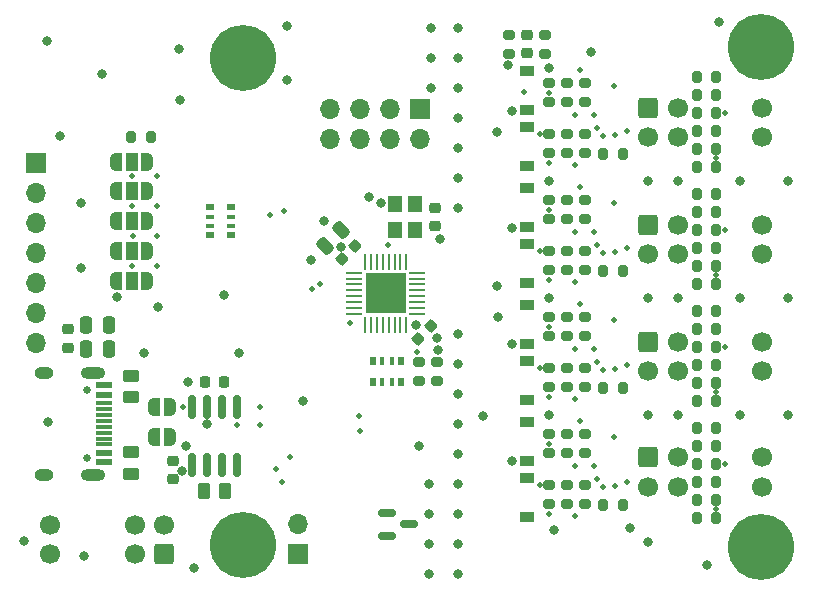
<source format=gbs>
G04 #@! TF.GenerationSoftware,KiCad,Pcbnew,(6.0.11)*
G04 #@! TF.CreationDate,2023-05-24T19:33:28+02:00*
G04 #@! TF.ProjectId,an2can,616e3263-616e-42e6-9b69-6361645f7063,V0*
G04 #@! TF.SameCoordinates,Original*
G04 #@! TF.FileFunction,Soldermask,Bot*
G04 #@! TF.FilePolarity,Negative*
%FSLAX46Y46*%
G04 Gerber Fmt 4.6, Leading zero omitted, Abs format (unit mm)*
G04 Created by KiCad (PCBNEW (6.0.11)) date 2023-05-24 19:33:28*
%MOMM*%
%LPD*%
G01*
G04 APERTURE LIST*
G04 Aperture macros list*
%AMRoundRect*
0 Rectangle with rounded corners*
0 $1 Rounding radius*
0 $2 $3 $4 $5 $6 $7 $8 $9 X,Y pos of 4 corners*
0 Add a 4 corners polygon primitive as box body*
4,1,4,$2,$3,$4,$5,$6,$7,$8,$9,$2,$3,0*
0 Add four circle primitives for the rounded corners*
1,1,$1+$1,$2,$3*
1,1,$1+$1,$4,$5*
1,1,$1+$1,$6,$7*
1,1,$1+$1,$8,$9*
0 Add four rect primitives between the rounded corners*
20,1,$1+$1,$2,$3,$4,$5,0*
20,1,$1+$1,$4,$5,$6,$7,0*
20,1,$1+$1,$6,$7,$8,$9,0*
20,1,$1+$1,$8,$9,$2,$3,0*%
%AMFreePoly0*
4,1,22,0.550000,-0.750000,0.000000,-0.750000,0.000000,-0.745033,-0.079941,-0.743568,-0.215256,-0.701293,-0.333266,-0.622738,-0.424486,-0.514219,-0.481581,-0.384460,-0.499164,-0.250000,-0.500000,-0.250000,-0.500000,0.250000,-0.499164,0.250000,-0.499963,0.256109,-0.478152,0.396186,-0.417904,0.524511,-0.324060,0.630769,-0.204165,0.706417,-0.067858,0.745374,0.000000,0.744959,0.000000,0.750000,
0.550000,0.750000,0.550000,-0.750000,0.550000,-0.750000,$1*%
%AMFreePoly1*
4,1,20,0.000000,0.744959,0.073905,0.744508,0.209726,0.703889,0.328688,0.626782,0.421226,0.519385,0.479903,0.390333,0.500000,0.250000,0.500000,-0.250000,0.499851,-0.262216,0.476331,-0.402017,0.414519,-0.529596,0.319384,-0.634700,0.198574,-0.708877,0.061801,-0.746166,0.000000,-0.745033,0.000000,-0.750000,-0.550000,-0.750000,-0.550000,0.750000,0.000000,0.750000,0.000000,0.744959,
0.000000,0.744959,$1*%
%AMFreePoly2*
4,1,22,0.500000,-0.750000,0.000000,-0.750000,0.000000,-0.745033,-0.079941,-0.743568,-0.215256,-0.701293,-0.333266,-0.622738,-0.424486,-0.514219,-0.481581,-0.384460,-0.499164,-0.250000,-0.500000,-0.250000,-0.500000,0.250000,-0.499164,0.250000,-0.499963,0.256109,-0.478152,0.396186,-0.417904,0.524511,-0.324060,0.630769,-0.204165,0.706417,-0.067858,0.745374,0.000000,0.744959,0.000000,0.750000,
0.500000,0.750000,0.500000,-0.750000,0.500000,-0.750000,$1*%
%AMFreePoly3*
4,1,20,0.000000,0.744959,0.073905,0.744508,0.209726,0.703889,0.328688,0.626782,0.421226,0.519385,0.479903,0.390333,0.500000,0.250000,0.500000,-0.250000,0.499851,-0.262216,0.476331,-0.402017,0.414519,-0.529596,0.319384,-0.634700,0.198574,-0.708877,0.061801,-0.746166,0.000000,-0.745033,0.000000,-0.750000,-0.500000,-0.750000,-0.500000,0.750000,0.000000,0.750000,0.000000,0.744959,
0.000000,0.744959,$1*%
G04 Aperture macros list end*
%ADD10C,1.700000*%
%ADD11RoundRect,0.250000X-0.600000X-0.600000X0.600000X-0.600000X0.600000X0.600000X-0.600000X0.600000X0*%
%ADD12C,5.600000*%
%ADD13RoundRect,0.250000X0.600000X0.600000X-0.600000X0.600000X-0.600000X-0.600000X0.600000X-0.600000X0*%
%ADD14R,1.700000X1.700000*%
%ADD15O,1.700000X1.700000*%
%ADD16RoundRect,0.200000X-0.200000X-0.275000X0.200000X-0.275000X0.200000X0.275000X-0.200000X0.275000X0*%
%ADD17RoundRect,0.200000X-0.275000X0.200000X-0.275000X-0.200000X0.275000X-0.200000X0.275000X0.200000X0*%
%ADD18RoundRect,0.062500X-0.062500X0.588500X-0.062500X-0.588500X0.062500X-0.588500X0.062500X0.588500X0*%
%ADD19RoundRect,0.062500X-0.588500X0.062500X-0.588500X-0.062500X0.588500X-0.062500X0.588500X0.062500X0*%
%ADD20R,3.450000X3.450000*%
%ADD21FreePoly0,0.000000*%
%ADD22R,1.000000X1.500000*%
%ADD23FreePoly1,0.000000*%
%ADD24R,1.200000X0.900000*%
%ADD25FreePoly2,180.000000*%
%ADD26FreePoly3,180.000000*%
%ADD27RoundRect,0.200000X0.200000X0.275000X-0.200000X0.275000X-0.200000X-0.275000X0.200000X-0.275000X0*%
%ADD28RoundRect,0.225000X-0.250000X0.225000X-0.250000X-0.225000X0.250000X-0.225000X0.250000X0.225000X0*%
%ADD29R,1.200000X1.400000*%
%ADD30R,0.500000X0.800000*%
%ADD31R,0.400000X0.800000*%
%ADD32RoundRect,0.225000X-0.017678X0.335876X-0.335876X0.017678X0.017678X-0.335876X0.335876X-0.017678X0*%
%ADD33RoundRect,0.250000X0.262500X0.450000X-0.262500X0.450000X-0.262500X-0.450000X0.262500X-0.450000X0*%
%ADD34RoundRect,0.200000X0.275000X-0.200000X0.275000X0.200000X-0.275000X0.200000X-0.275000X-0.200000X0*%
%ADD35RoundRect,0.225000X0.017678X-0.335876X0.335876X-0.017678X-0.017678X0.335876X-0.335876X0.017678X0*%
%ADD36RoundRect,0.150000X-0.150000X0.825000X-0.150000X-0.825000X0.150000X-0.825000X0.150000X0.825000X0*%
%ADD37RoundRect,0.250000X-0.450000X0.262500X-0.450000X-0.262500X0.450000X-0.262500X0.450000X0.262500X0*%
%ADD38RoundRect,0.250000X-0.159099X0.512652X-0.512652X0.159099X0.159099X-0.512652X0.512652X-0.159099X0*%
%ADD39C,0.650000*%
%ADD40R,1.450000X0.600000*%
%ADD41R,1.450000X0.300000*%
%ADD42O,2.100000X1.000000*%
%ADD43O,1.600000X1.000000*%
%ADD44RoundRect,0.225000X0.250000X-0.225000X0.250000X0.225000X-0.250000X0.225000X-0.250000X-0.225000X0*%
%ADD45RoundRect,0.225000X0.225000X0.250000X-0.225000X0.250000X-0.225000X-0.250000X0.225000X-0.250000X0*%
%ADD46RoundRect,0.150000X-0.587500X-0.150000X0.587500X-0.150000X0.587500X0.150000X-0.587500X0.150000X0*%
%ADD47RoundRect,0.250000X-0.250000X-0.475000X0.250000X-0.475000X0.250000X0.475000X-0.250000X0.475000X0*%
%ADD48R,0.800000X0.500000*%
%ADD49R,0.800000X0.400000*%
%ADD50RoundRect,0.218750X0.256250X-0.218750X0.256250X0.218750X-0.256250X0.218750X-0.256250X-0.218750X0*%
%ADD51RoundRect,0.250000X0.450000X-0.262500X0.450000X0.262500X-0.450000X0.262500X-0.450000X-0.262500X0*%
%ADD52C,0.800000*%
%ADD53C,0.500000*%
G04 APERTURE END LIST*
D10*
X126266000Y-74696000D03*
X126266000Y-77196000D03*
D11*
X116586000Y-74696000D03*
D10*
X116586000Y-77196000D03*
X119086000Y-74696000D03*
X119086000Y-77196000D03*
D12*
X126111000Y-69596000D03*
D10*
X65931000Y-110002000D03*
X65931000Y-112502000D03*
D13*
X75611000Y-112502000D03*
D10*
X75611000Y-110002000D03*
X73111000Y-112502000D03*
X73111000Y-110002000D03*
X126266000Y-106787000D03*
X126266000Y-104287000D03*
D11*
X116586000Y-104287000D03*
D10*
X116586000Y-106787000D03*
X119086000Y-104287000D03*
X119086000Y-106787000D03*
D14*
X97272000Y-74803000D03*
D15*
X97272000Y-77343000D03*
X94732000Y-74803000D03*
X94732000Y-77343000D03*
X92192000Y-74803000D03*
X92192000Y-77343000D03*
X89652000Y-74803000D03*
X89652000Y-77343000D03*
D10*
X126266000Y-94508000D03*
X126266000Y-97008000D03*
D11*
X116586000Y-94508000D03*
D10*
X116586000Y-97008000D03*
X119086000Y-94508000D03*
X119086000Y-97008000D03*
D14*
X86959500Y-112527000D03*
D15*
X86959500Y-109987000D03*
D10*
X126266000Y-84602000D03*
X126266000Y-87102000D03*
D11*
X116586000Y-84602000D03*
D10*
X116586000Y-87102000D03*
X119086000Y-84602000D03*
X119086000Y-87102000D03*
D12*
X126111000Y-111887000D03*
X82270000Y-70495000D03*
D14*
X64770000Y-79375000D03*
D15*
X64770000Y-81915000D03*
X64770000Y-84455000D03*
X64770000Y-86995000D03*
X64770000Y-89535000D03*
X64770000Y-92075000D03*
X64770000Y-94615000D03*
D12*
X82296000Y-111760000D03*
D16*
X120714000Y-73660000D03*
X122364000Y-73660000D03*
D17*
X108204000Y-72581000D03*
X108204000Y-74231000D03*
D16*
X120714000Y-106426000D03*
X122364000Y-106426000D03*
D18*
X92618000Y-87773000D03*
X93118000Y-87773000D03*
X93618000Y-87773000D03*
X94118000Y-87773000D03*
X94618000Y-87773000D03*
X95118000Y-87773000D03*
X95618000Y-87773000D03*
X96118000Y-87773000D03*
D19*
X97019000Y-88674000D03*
X97019000Y-89174000D03*
X97019000Y-89674000D03*
X97019000Y-90174000D03*
X97019000Y-90674000D03*
X97019000Y-91174000D03*
X97019000Y-91674000D03*
X97019000Y-92174000D03*
D18*
X96118000Y-93075000D03*
X95618000Y-93075000D03*
X95118000Y-93075000D03*
X94618000Y-93075000D03*
X94118000Y-93075000D03*
X93618000Y-93075000D03*
X93118000Y-93075000D03*
X92618000Y-93075000D03*
D19*
X91717000Y-92174000D03*
X91717000Y-91674000D03*
X91717000Y-91174000D03*
X91717000Y-90674000D03*
X91717000Y-90174000D03*
X91717000Y-89674000D03*
X91717000Y-89174000D03*
X91717000Y-88674000D03*
D20*
X94368000Y-90424000D03*
D21*
X71568000Y-84328000D03*
D22*
X72868000Y-84328000D03*
D23*
X74168000Y-84328000D03*
D24*
X106299000Y-94741000D03*
X106299000Y-91441000D03*
D17*
X109728000Y-86805000D03*
X109728000Y-88455000D03*
D25*
X76088000Y-102616000D03*
D26*
X74788000Y-102616000D03*
D27*
X122364000Y-94996000D03*
X120714000Y-94996000D03*
D28*
X76327000Y-104635000D03*
X76327000Y-106185000D03*
D29*
X96862000Y-82847000D03*
X96862000Y-85047000D03*
X95162000Y-85047000D03*
X95162000Y-82847000D03*
D30*
X95688000Y-97928000D03*
D31*
X94888000Y-97928000D03*
X94088000Y-97928000D03*
D30*
X93288000Y-97928000D03*
X93288000Y-96128000D03*
D31*
X94088000Y-96128000D03*
X94888000Y-96128000D03*
D30*
X95688000Y-96128000D03*
D24*
X106299000Y-104647000D03*
X106299000Y-101347000D03*
D32*
X91734008Y-86446992D03*
X90637992Y-87543008D03*
D21*
X71568000Y-89408000D03*
D22*
X72868000Y-89408000D03*
D23*
X74168000Y-89408000D03*
D27*
X122364000Y-85090000D03*
X120714000Y-85090000D03*
D17*
X109728000Y-96711000D03*
X109728000Y-98361000D03*
D21*
X71568000Y-81788000D03*
D22*
X72868000Y-81788000D03*
D23*
X74168000Y-81788000D03*
D27*
X122364000Y-104902000D03*
X120714000Y-104902000D03*
D33*
X80795500Y-107201000D03*
X78970500Y-107201000D03*
D16*
X120714000Y-98044000D03*
X122364000Y-98044000D03*
D17*
X108204000Y-92393000D03*
X108204000Y-94043000D03*
D27*
X122364000Y-79756000D03*
X120714000Y-79756000D03*
D34*
X109728000Y-103949000D03*
X109728000Y-102299000D03*
D17*
X111252000Y-92393000D03*
X111252000Y-94043000D03*
D27*
X122364000Y-109474000D03*
X120714000Y-109474000D03*
D17*
X111252000Y-72581000D03*
X111252000Y-74231000D03*
D27*
X122364000Y-75184000D03*
X120714000Y-75184000D03*
D35*
X97114992Y-94274008D03*
X98211008Y-93177992D03*
D36*
X77978000Y-100027000D03*
X79248000Y-100027000D03*
X80518000Y-100027000D03*
X81788000Y-100027000D03*
X81788000Y-104977000D03*
X80518000Y-104977000D03*
X79248000Y-104977000D03*
X77978000Y-104977000D03*
D27*
X122364000Y-99568000D03*
X120714000Y-99568000D03*
X122364000Y-101854000D03*
X120714000Y-101854000D03*
D16*
X112810404Y-98432040D03*
X114460404Y-98432040D03*
D34*
X111252000Y-78549000D03*
X111252000Y-76899000D03*
D17*
X109728000Y-106617000D03*
X109728000Y-108267000D03*
X108204000Y-106617000D03*
X108204000Y-108267000D03*
D37*
X72771000Y-103862500D03*
X72771000Y-105687500D03*
D17*
X111252000Y-102299000D03*
X111252000Y-103949000D03*
D34*
X109728000Y-84137000D03*
X109728000Y-82487000D03*
D16*
X72835000Y-77216000D03*
X74485000Y-77216000D03*
X120714000Y-103378000D03*
X122364000Y-103378000D03*
X120714000Y-93472000D03*
X122364000Y-93472000D03*
X112810404Y-78620040D03*
X114460404Y-78620040D03*
D38*
X90587751Y-85053249D03*
X89244249Y-86396751D03*
D17*
X111252000Y-82487000D03*
X111252000Y-84137000D03*
D21*
X71568000Y-86868000D03*
D22*
X72868000Y-86868000D03*
D23*
X74168000Y-86868000D03*
D39*
X69096000Y-104363000D03*
X69096000Y-98583000D03*
D40*
X70541000Y-104723000D03*
X70541000Y-103923000D03*
D41*
X70541000Y-102723000D03*
X70541000Y-101723000D03*
X70541000Y-101223000D03*
X70541000Y-100223000D03*
D40*
X70541000Y-99023000D03*
X70541000Y-98223000D03*
X70541000Y-98223000D03*
X70541000Y-99023000D03*
D41*
X70541000Y-99723000D03*
X70541000Y-100723000D03*
X70541000Y-102223000D03*
X70541000Y-103223000D03*
D40*
X70541000Y-103923000D03*
X70541000Y-104723000D03*
D42*
X69626000Y-97153000D03*
D43*
X65446000Y-97153000D03*
X65446000Y-105793000D03*
D42*
X69626000Y-105793000D03*
D27*
X122364000Y-82042000D03*
X120714000Y-82042000D03*
X122364000Y-89662000D03*
X120714000Y-89662000D03*
D28*
X98552000Y-83172000D03*
X98552000Y-84722000D03*
D24*
X106299000Y-84835000D03*
X106299000Y-81535000D03*
D16*
X120714000Y-86614000D03*
X122364000Y-86614000D03*
D34*
X109728000Y-94043000D03*
X109728000Y-92393000D03*
D16*
X120714000Y-76708000D03*
X122364000Y-76708000D03*
D17*
X108204000Y-102299000D03*
X108204000Y-103949000D03*
D25*
X76088000Y-100076000D03*
D26*
X74788000Y-100076000D03*
D17*
X109728000Y-76899000D03*
X109728000Y-78549000D03*
D16*
X120714000Y-96520000D03*
X122364000Y-96520000D03*
D24*
X106299000Y-106046000D03*
X106299000Y-109346000D03*
D17*
X108204000Y-96711000D03*
X108204000Y-98361000D03*
D34*
X111252000Y-98361000D03*
X111252000Y-96711000D03*
D17*
X108204000Y-82487000D03*
X108204000Y-84137000D03*
X108204000Y-86805000D03*
X108204000Y-88455000D03*
D44*
X106299000Y-70117000D03*
X106299000Y-68567000D03*
D17*
X98679000Y-96203000D03*
X98679000Y-97853000D03*
D34*
X111252000Y-108267000D03*
X111252000Y-106617000D03*
X104775000Y-70167000D03*
X104775000Y-68517000D03*
D45*
X80658000Y-97930000D03*
X79108000Y-97930000D03*
D46*
X94439500Y-110932000D03*
X94439500Y-109032000D03*
X96314500Y-109982000D03*
D24*
X106299000Y-96140000D03*
X106299000Y-99440000D03*
D47*
X69027000Y-95123000D03*
X70927000Y-95123000D03*
D24*
X106299000Y-76328000D03*
X106299000Y-79628000D03*
D34*
X111252000Y-88455000D03*
X111252000Y-86805000D03*
D17*
X107823000Y-68517000D03*
X107823000Y-70167000D03*
D16*
X112810404Y-108338040D03*
X114460404Y-108338040D03*
X120714000Y-83566000D03*
X122364000Y-83566000D03*
D47*
X69027000Y-93091000D03*
X70927000Y-93091000D03*
D17*
X97155000Y-96203000D03*
X97155000Y-97853000D03*
D24*
X106299000Y-86234000D03*
X106299000Y-89534000D03*
D16*
X120714000Y-107950000D03*
X122364000Y-107950000D03*
D48*
X81291000Y-83128000D03*
D49*
X81291000Y-83928000D03*
X81291000Y-84728000D03*
D48*
X81291000Y-85528000D03*
X79491000Y-85528000D03*
D49*
X79491000Y-84728000D03*
X79491000Y-83928000D03*
D48*
X79491000Y-83128000D03*
D24*
X106299000Y-74929000D03*
X106299000Y-71629000D03*
D34*
X109728000Y-74231000D03*
X109728000Y-72581000D03*
D27*
X122364000Y-91948000D03*
X120714000Y-91948000D03*
D17*
X108204000Y-76899000D03*
X108204000Y-78549000D03*
D16*
X120714000Y-78232000D03*
X122364000Y-78232000D03*
D50*
X67437000Y-95021500D03*
X67437000Y-93446500D03*
D21*
X71568000Y-79275000D03*
D22*
X72868000Y-79275000D03*
D23*
X74168000Y-79275000D03*
D16*
X120714000Y-88138000D03*
X122364000Y-88138000D03*
D27*
X122364000Y-72136000D03*
X120714000Y-72136000D03*
D51*
X72771000Y-99210500D03*
X72771000Y-97385500D03*
D16*
X112810404Y-88526040D03*
X114460404Y-88526040D03*
D52*
X128397000Y-80899000D03*
D53*
X112268000Y-76454000D03*
D52*
X100457000Y-96393000D03*
X100457000Y-101473000D03*
X108204000Y-100711000D03*
X108204000Y-71374000D03*
X103759000Y-76749000D03*
X100457000Y-93853000D03*
X122555000Y-67437000D03*
X100457000Y-83185000D03*
X100457000Y-106553000D03*
X100457000Y-98933000D03*
X100457000Y-78105000D03*
X100457000Y-104013000D03*
X100457000Y-111633000D03*
X124333000Y-100711000D03*
X100457000Y-67945000D03*
X103886000Y-92456000D03*
X100457000Y-109093000D03*
X119126000Y-100711000D03*
X103759000Y-89789000D03*
X100457000Y-73025000D03*
D53*
X112268000Y-106172000D03*
X112268000Y-86360000D03*
D52*
X119126000Y-80899000D03*
X119126000Y-90805000D03*
X108204000Y-80899000D03*
D53*
X112268000Y-96266000D03*
D52*
X100457000Y-80645000D03*
X102616000Y-100838000D03*
X100457000Y-114173000D03*
X108204000Y-90805000D03*
X116586000Y-111506000D03*
X100457000Y-75565000D03*
X111760000Y-69977000D03*
X124333000Y-80899000D03*
X100457000Y-70485000D03*
X124333000Y-90805000D03*
X128397000Y-100711000D03*
X121539000Y-113411000D03*
X108585000Y-110490000D03*
X128397000Y-90805000D03*
D53*
X106045000Y-73406000D03*
X113665000Y-102621449D03*
X113665000Y-92715449D03*
D52*
X115062000Y-110325500D03*
D53*
X113666844Y-72906034D03*
X113665000Y-82809449D03*
D52*
X89154000Y-84328000D03*
X98820351Y-95223457D03*
X77470000Y-103378000D03*
X96896701Y-93095299D03*
X71628000Y-90717500D03*
X93980000Y-82804000D03*
D53*
X85598000Y-106426000D03*
D52*
X85979000Y-67818000D03*
X65786000Y-101346000D03*
X87376000Y-99568000D03*
X78105000Y-113665000D03*
X98044000Y-106553000D03*
D53*
X93091000Y-89154000D03*
X93853000Y-89154000D03*
D52*
X98044000Y-114173000D03*
X68834000Y-112649000D03*
X65659000Y-69088000D03*
D53*
X93091000Y-90043000D03*
D52*
X98171000Y-73025000D03*
X66802000Y-77089000D03*
X68580000Y-82804000D03*
X88011000Y-87630000D03*
X85979000Y-72390000D03*
D53*
X93853000Y-90043000D03*
D52*
X98171000Y-70485000D03*
X98044000Y-111633000D03*
X70358000Y-71882000D03*
X98679000Y-94234000D03*
X63754000Y-111379000D03*
X97155000Y-103378000D03*
D53*
X95123000Y-89154000D03*
D52*
X98933000Y-85852000D03*
X77597000Y-97917000D03*
X77139050Y-105463242D03*
X68580000Y-88265000D03*
X76835000Y-69723000D03*
X80645000Y-90551000D03*
X90576264Y-86495150D03*
X79248000Y-101473000D03*
X98171000Y-67945000D03*
X98044000Y-109093000D03*
X73914000Y-95504000D03*
X81915000Y-95504000D03*
D53*
X91313000Y-92964000D03*
D52*
X76962000Y-74041000D03*
X105029000Y-104648002D03*
D53*
X94543500Y-86357000D03*
D52*
X104711462Y-71090368D03*
X105029000Y-84863334D03*
X105029000Y-94755668D03*
X105029000Y-74971000D03*
X75057000Y-91567000D03*
X116586000Y-80899000D03*
X116586000Y-90805000D03*
X116586000Y-100711000D03*
D53*
X92202000Y-102108000D03*
X92075000Y-100838000D03*
X88773000Y-89599500D03*
X88138000Y-90099500D03*
X84582000Y-83820000D03*
X85090000Y-105283000D03*
X86233000Y-104267000D03*
X85725000Y-83439000D03*
X97028000Y-95353500D03*
X75027000Y-88138000D03*
X72868000Y-88138000D03*
X75027000Y-85598000D03*
X72995000Y-85598000D03*
X72868000Y-83058000D03*
X75027000Y-83058000D03*
X75027000Y-80518000D03*
X72868000Y-80518000D03*
X81788000Y-101600000D03*
X83693000Y-101600000D03*
X112777310Y-86992320D03*
X113792000Y-86934500D03*
X112777310Y-77086320D03*
X113792000Y-77028500D03*
X112777310Y-96898320D03*
X113792000Y-96840500D03*
X112777310Y-106804320D03*
X113792000Y-106746500D03*
X110779933Y-81467404D03*
X110779933Y-71561404D03*
X110779933Y-91373404D03*
X110779933Y-101279404D03*
X107452071Y-106620251D03*
X108204000Y-83336500D03*
X108204000Y-73430500D03*
X108204000Y-93242500D03*
X108204000Y-103148500D03*
X108204000Y-89304500D03*
X110419000Y-85273000D03*
X108204000Y-79398500D03*
X110419000Y-75367000D03*
X108204000Y-99210500D03*
X110419000Y-95179000D03*
X108204000Y-109116500D03*
X110419000Y-105085000D03*
X77216000Y-100076000D03*
X83693000Y-100076000D03*
X112014000Y-85210500D03*
X114779501Y-86594931D03*
X122364000Y-88901181D03*
X123063000Y-85090000D03*
X114779501Y-76688931D03*
X112014000Y-75304500D03*
X122364000Y-78995181D03*
X123063000Y-75184000D03*
X114779501Y-96500931D03*
X112014000Y-95116500D03*
X122364000Y-98807181D03*
X123063000Y-94996000D03*
X112014000Y-105022500D03*
X122364000Y-108713181D03*
X114779501Y-106406931D03*
X123063000Y-104902000D03*
D52*
X92964000Y-82296000D03*
D53*
X107452071Y-86808251D03*
X107452071Y-76902251D03*
X107452071Y-96714251D03*
X110429749Y-89504928D03*
X110429749Y-79598928D03*
X110429749Y-99410928D03*
X110429749Y-109316928D03*
M02*

</source>
